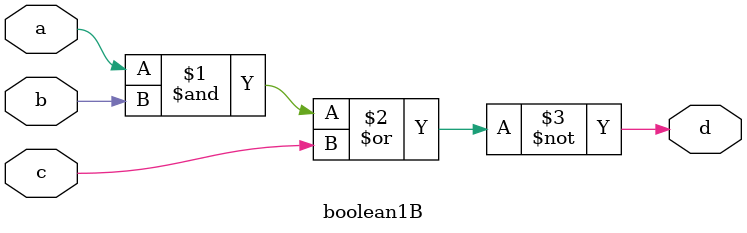
<source format=v>
`timescale 1ns / 1ps


module boolean1B(
    input a, b, c,
    output d
);

assign d=~((a&b)|c);

endmodule

</source>
